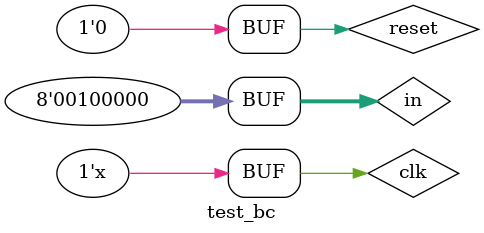
<source format=v>
`timescale 1ns / 1ps


module test_bc;

	// Inputs
	reg clk;
	reg reset;
	reg [7:0] in;

	// Outputs
	wire result;

	// Instantiate the Unit Under Test (UUT)
	BlockChecker uut (
		.clk(clk), 
		.reset(reset), 
		.in(in), 
		.result(result)
	);

	initial begin
		// Initialize Inputs
		clk = 0;
		reset = 0;
		in = 0;

		// Wait 100 ns for global reset to finish
		//#100;
		
	in = "b";
#2 in = "e";
#2 in = "g";
#2 in = "i";
#2 in = "n";
#2 in = " ";
#2 in = "e";
#2 in = "n";
#2 in = "d";
#2 in = " ";
#2 in = "e";
#2 in = "n";
#2 in = "d";
#2 in = " ";
#2 in = "b";
#2 in = "e";
#2 in = "g";
#2 in = "i";
#2 in = "n";
#2 in = " ";
		// Add stimulus here

	end
	
	always #1 clk = ~clk;
      
endmodule


</source>
